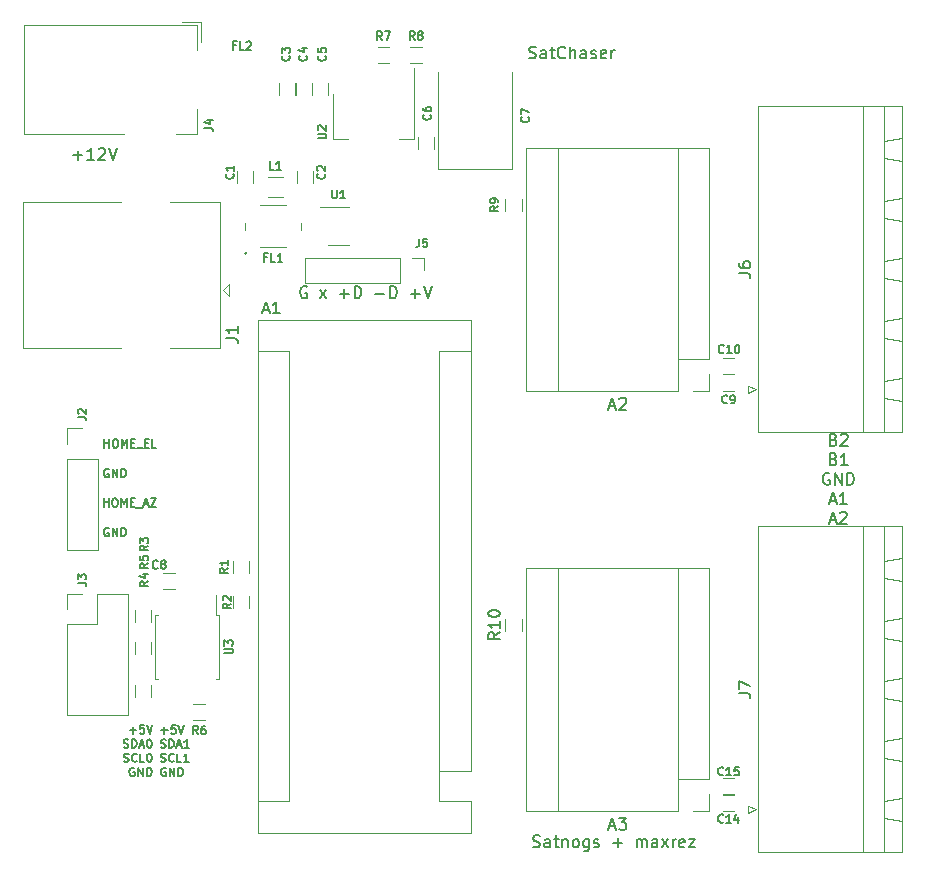
<source format=gbr>
%TF.GenerationSoftware,KiCad,Pcbnew,(5.1.10)-1*%
%TF.CreationDate,2021-10-11T18:25:39+02:00*%
%TF.ProjectId,KSIrotator,4b534972-6f74-4617-946f-722e6b696361,rev?*%
%TF.SameCoordinates,PX8f0d180PY5f5e100*%
%TF.FileFunction,Legend,Top*%
%TF.FilePolarity,Positive*%
%FSLAX46Y46*%
G04 Gerber Fmt 4.6, Leading zero omitted, Abs format (unit mm)*
G04 Created by KiCad (PCBNEW (5.1.10)-1) date 2021-10-11 18:25:39*
%MOMM*%
%LPD*%
G01*
G04 APERTURE LIST*
%ADD10C,0.150000*%
%ADD11C,0.200000*%
%ADD12C,0.120000*%
G04 APERTURE END LIST*
D10*
X4666666Y-35104761D02*
X4809523Y-35152380D01*
X5047619Y-35152380D01*
X5142857Y-35104761D01*
X5190476Y-35057142D01*
X5238095Y-34961904D01*
X5238095Y-34866666D01*
X5190476Y-34771428D01*
X5142857Y-34723809D01*
X5047619Y-34676190D01*
X4857142Y-34628571D01*
X4761904Y-34580952D01*
X4714285Y-34533333D01*
X4666666Y-34438095D01*
X4666666Y-34342857D01*
X4714285Y-34247619D01*
X4761904Y-34200000D01*
X4857142Y-34152380D01*
X5095238Y-34152380D01*
X5238095Y-34200000D01*
X6095238Y-35152380D02*
X6095238Y-34628571D01*
X6047619Y-34533333D01*
X5952380Y-34485714D01*
X5761904Y-34485714D01*
X5666666Y-34533333D01*
X6095238Y-35104761D02*
X6000000Y-35152380D01*
X5761904Y-35152380D01*
X5666666Y-35104761D01*
X5619047Y-35009523D01*
X5619047Y-34914285D01*
X5666666Y-34819047D01*
X5761904Y-34771428D01*
X6000000Y-34771428D01*
X6095238Y-34723809D01*
X6428571Y-34485714D02*
X6809523Y-34485714D01*
X6571428Y-34152380D02*
X6571428Y-35009523D01*
X6619047Y-35104761D01*
X6714285Y-35152380D01*
X6809523Y-35152380D01*
X7142857Y-34485714D02*
X7142857Y-35152380D01*
X7142857Y-34580952D02*
X7190476Y-34533333D01*
X7285714Y-34485714D01*
X7428571Y-34485714D01*
X7523809Y-34533333D01*
X7571428Y-34628571D01*
X7571428Y-35152380D01*
X8190476Y-35152380D02*
X8095238Y-35104761D01*
X8047619Y-35057142D01*
X8000000Y-34961904D01*
X8000000Y-34676190D01*
X8047619Y-34580952D01*
X8095238Y-34533333D01*
X8190476Y-34485714D01*
X8333333Y-34485714D01*
X8428571Y-34533333D01*
X8476190Y-34580952D01*
X8523809Y-34676190D01*
X8523809Y-34961904D01*
X8476190Y-35057142D01*
X8428571Y-35104761D01*
X8333333Y-35152380D01*
X8190476Y-35152380D01*
X9380952Y-34485714D02*
X9380952Y-35295238D01*
X9333333Y-35390476D01*
X9285714Y-35438095D01*
X9190476Y-35485714D01*
X9047619Y-35485714D01*
X8952380Y-35438095D01*
X9380952Y-35104761D02*
X9285714Y-35152380D01*
X9095238Y-35152380D01*
X9000000Y-35104761D01*
X8952380Y-35057142D01*
X8904761Y-34961904D01*
X8904761Y-34676190D01*
X8952380Y-34580952D01*
X9000000Y-34533333D01*
X9095238Y-34485714D01*
X9285714Y-34485714D01*
X9380952Y-34533333D01*
X9809523Y-35104761D02*
X9904761Y-35152380D01*
X10095238Y-35152380D01*
X10190476Y-35104761D01*
X10238095Y-35009523D01*
X10238095Y-34961904D01*
X10190476Y-34866666D01*
X10095238Y-34819047D01*
X9952380Y-34819047D01*
X9857142Y-34771428D01*
X9809523Y-34676190D01*
X9809523Y-34628571D01*
X9857142Y-34533333D01*
X9952380Y-34485714D01*
X10095238Y-34485714D01*
X10190476Y-34533333D01*
X11428571Y-34771428D02*
X12190476Y-34771428D01*
X11809523Y-35152380D02*
X11809523Y-34390476D01*
X13428571Y-35152380D02*
X13428571Y-34485714D01*
X13428571Y-34580952D02*
X13476190Y-34533333D01*
X13571428Y-34485714D01*
X13714285Y-34485714D01*
X13809523Y-34533333D01*
X13857142Y-34628571D01*
X13857142Y-35152380D01*
X13857142Y-34628571D02*
X13904761Y-34533333D01*
X14000000Y-34485714D01*
X14142857Y-34485714D01*
X14238095Y-34533333D01*
X14285714Y-34628571D01*
X14285714Y-35152380D01*
X15190476Y-35152380D02*
X15190476Y-34628571D01*
X15142857Y-34533333D01*
X15047619Y-34485714D01*
X14857142Y-34485714D01*
X14761904Y-34533333D01*
X15190476Y-35104761D02*
X15095238Y-35152380D01*
X14857142Y-35152380D01*
X14761904Y-35104761D01*
X14714285Y-35009523D01*
X14714285Y-34914285D01*
X14761904Y-34819047D01*
X14857142Y-34771428D01*
X15095238Y-34771428D01*
X15190476Y-34723809D01*
X15571428Y-35152380D02*
X16095238Y-34485714D01*
X15571428Y-34485714D02*
X16095238Y-35152380D01*
X16476190Y-35152380D02*
X16476190Y-34485714D01*
X16476190Y-34676190D02*
X16523809Y-34580952D01*
X16571428Y-34533333D01*
X16666666Y-34485714D01*
X16761904Y-34485714D01*
X17476190Y-35104761D02*
X17380952Y-35152380D01*
X17190476Y-35152380D01*
X17095238Y-35104761D01*
X17047619Y-35009523D01*
X17047619Y-34628571D01*
X17095238Y-34533333D01*
X17190476Y-34485714D01*
X17380952Y-34485714D01*
X17476190Y-34533333D01*
X17523809Y-34628571D01*
X17523809Y-34723809D01*
X17047619Y-34819047D01*
X17857142Y-34485714D02*
X18380952Y-34485714D01*
X17857142Y-35152380D01*
X18380952Y-35152380D01*
X4328571Y31695239D02*
X4471428Y31647620D01*
X4709523Y31647620D01*
X4804761Y31695239D01*
X4852380Y31742858D01*
X4900000Y31838096D01*
X4900000Y31933334D01*
X4852380Y32028572D01*
X4804761Y32076191D01*
X4709523Y32123810D01*
X4519047Y32171429D01*
X4423809Y32219048D01*
X4376190Y32266667D01*
X4328571Y32361905D01*
X4328571Y32457143D01*
X4376190Y32552381D01*
X4423809Y32600000D01*
X4519047Y32647620D01*
X4757142Y32647620D01*
X4900000Y32600000D01*
X5757142Y31647620D02*
X5757142Y32171429D01*
X5709523Y32266667D01*
X5614285Y32314286D01*
X5423809Y32314286D01*
X5328571Y32266667D01*
X5757142Y31695239D02*
X5661904Y31647620D01*
X5423809Y31647620D01*
X5328571Y31695239D01*
X5280952Y31790477D01*
X5280952Y31885715D01*
X5328571Y31980953D01*
X5423809Y32028572D01*
X5661904Y32028572D01*
X5757142Y32076191D01*
X6090476Y32314286D02*
X6471428Y32314286D01*
X6233333Y32647620D02*
X6233333Y31790477D01*
X6280952Y31695239D01*
X6376190Y31647620D01*
X6471428Y31647620D01*
X7376190Y31742858D02*
X7328571Y31695239D01*
X7185714Y31647620D01*
X7090476Y31647620D01*
X6947619Y31695239D01*
X6852380Y31790477D01*
X6804761Y31885715D01*
X6757142Y32076191D01*
X6757142Y32219048D01*
X6804761Y32409524D01*
X6852380Y32504762D01*
X6947619Y32600000D01*
X7090476Y32647620D01*
X7185714Y32647620D01*
X7328571Y32600000D01*
X7376190Y32552381D01*
X7804761Y31647620D02*
X7804761Y32647620D01*
X8233333Y31647620D02*
X8233333Y32171429D01*
X8185714Y32266667D01*
X8090476Y32314286D01*
X7947619Y32314286D01*
X7852380Y32266667D01*
X7804761Y32219048D01*
X9138095Y31647620D02*
X9138095Y32171429D01*
X9090476Y32266667D01*
X8995238Y32314286D01*
X8804761Y32314286D01*
X8709523Y32266667D01*
X9138095Y31695239D02*
X9042857Y31647620D01*
X8804761Y31647620D01*
X8709523Y31695239D01*
X8661904Y31790477D01*
X8661904Y31885715D01*
X8709523Y31980953D01*
X8804761Y32028572D01*
X9042857Y32028572D01*
X9138095Y32076191D01*
X9566666Y31695239D02*
X9661904Y31647620D01*
X9852380Y31647620D01*
X9947619Y31695239D01*
X9995238Y31790477D01*
X9995238Y31838096D01*
X9947619Y31933334D01*
X9852380Y31980953D01*
X9709523Y31980953D01*
X9614285Y32028572D01*
X9566666Y32123810D01*
X9566666Y32171429D01*
X9614285Y32266667D01*
X9709523Y32314286D01*
X9852380Y32314286D01*
X9947619Y32266667D01*
X10804761Y31695239D02*
X10709523Y31647620D01*
X10519047Y31647620D01*
X10423809Y31695239D01*
X10376190Y31790477D01*
X10376190Y32171429D01*
X10423809Y32266667D01*
X10519047Y32314286D01*
X10709523Y32314286D01*
X10804761Y32266667D01*
X10852380Y32171429D01*
X10852380Y32076191D01*
X10376190Y31980953D01*
X11280952Y31647620D02*
X11280952Y32314286D01*
X11280952Y32123810D02*
X11328571Y32219048D01*
X11376190Y32266667D01*
X11471428Y32314286D01*
X11566666Y32314286D01*
X-34261905Y23428572D02*
X-33500000Y23428572D01*
X-33880953Y23047620D02*
X-33880953Y23809524D01*
X-32500000Y23047620D02*
X-33071429Y23047620D01*
X-32785715Y23047620D02*
X-32785715Y24047620D01*
X-32880953Y23904762D01*
X-32976191Y23809524D01*
X-33071429Y23761905D01*
X-32119048Y23952381D02*
X-32071429Y24000000D01*
X-31976191Y24047620D01*
X-31738096Y24047620D01*
X-31642858Y24000000D01*
X-31595239Y23952381D01*
X-31547620Y23857143D01*
X-31547620Y23761905D01*
X-31595239Y23619048D01*
X-32166667Y23047620D01*
X-31547620Y23047620D01*
X-31261905Y24047620D02*
X-30928572Y23047620D01*
X-30595239Y24047620D01*
X30095238Y-628571D02*
X30238095Y-676190D01*
X30285714Y-723809D01*
X30333333Y-819047D01*
X30333333Y-961904D01*
X30285714Y-1057142D01*
X30238095Y-1104761D01*
X30142857Y-1152380D01*
X29761904Y-1152380D01*
X29761904Y-152380D01*
X30095238Y-152380D01*
X30190476Y-200000D01*
X30238095Y-247619D01*
X30285714Y-342857D01*
X30285714Y-438095D01*
X30238095Y-533333D01*
X30190476Y-580952D01*
X30095238Y-628571D01*
X29761904Y-628571D01*
X30714285Y-247619D02*
X30761904Y-200000D01*
X30857142Y-152380D01*
X31095238Y-152380D01*
X31190476Y-200000D01*
X31238095Y-247619D01*
X31285714Y-342857D01*
X31285714Y-438095D01*
X31238095Y-580952D01*
X30666666Y-1152380D01*
X31285714Y-1152380D01*
X30095238Y-2278571D02*
X30238095Y-2326190D01*
X30285714Y-2373809D01*
X30333333Y-2469047D01*
X30333333Y-2611904D01*
X30285714Y-2707142D01*
X30238095Y-2754761D01*
X30142857Y-2802380D01*
X29761904Y-2802380D01*
X29761904Y-1802380D01*
X30095238Y-1802380D01*
X30190476Y-1850000D01*
X30238095Y-1897619D01*
X30285714Y-1992857D01*
X30285714Y-2088095D01*
X30238095Y-2183333D01*
X30190476Y-2230952D01*
X30095238Y-2278571D01*
X29761904Y-2278571D01*
X31285714Y-2802380D02*
X30714285Y-2802380D01*
X31000000Y-2802380D02*
X31000000Y-1802380D01*
X30904761Y-1945238D01*
X30809523Y-2040476D01*
X30714285Y-2088095D01*
X29738095Y-3500000D02*
X29642857Y-3452380D01*
X29500000Y-3452380D01*
X29357142Y-3500000D01*
X29261904Y-3595238D01*
X29214285Y-3690476D01*
X29166666Y-3880952D01*
X29166666Y-4023809D01*
X29214285Y-4214285D01*
X29261904Y-4309523D01*
X29357142Y-4404761D01*
X29500000Y-4452380D01*
X29595238Y-4452380D01*
X29738095Y-4404761D01*
X29785714Y-4357142D01*
X29785714Y-4023809D01*
X29595238Y-4023809D01*
X30214285Y-4452380D02*
X30214285Y-3452380D01*
X30785714Y-4452380D01*
X30785714Y-3452380D01*
X31261904Y-4452380D02*
X31261904Y-3452380D01*
X31500000Y-3452380D01*
X31642857Y-3500000D01*
X31738095Y-3595238D01*
X31785714Y-3690476D01*
X31833333Y-3880952D01*
X31833333Y-4023809D01*
X31785714Y-4214285D01*
X31738095Y-4309523D01*
X31642857Y-4404761D01*
X31500000Y-4452380D01*
X31261904Y-4452380D01*
X29785714Y-5816666D02*
X30261904Y-5816666D01*
X29690476Y-6102380D02*
X30023809Y-5102380D01*
X30357142Y-6102380D01*
X31214285Y-6102380D02*
X30642857Y-6102380D01*
X30928571Y-6102380D02*
X30928571Y-5102380D01*
X30833333Y-5245238D01*
X30738095Y-5340476D01*
X30642857Y-5388095D01*
X29785714Y-7466666D02*
X30261904Y-7466666D01*
X29690476Y-7752380D02*
X30023809Y-6752380D01*
X30357142Y-7752380D01*
X30642857Y-6847619D02*
X30690476Y-6800000D01*
X30785714Y-6752380D01*
X31023809Y-6752380D01*
X31119047Y-6800000D01*
X31166666Y-6847619D01*
X31214285Y-6942857D01*
X31214285Y-7038095D01*
X31166666Y-7180952D01*
X30595238Y-7752380D01*
X31214285Y-7752380D01*
X-29483334Y-25250000D02*
X-28950000Y-25250000D01*
X-29216667Y-25516666D02*
X-29216667Y-24983333D01*
X-28283334Y-24816666D02*
X-28616667Y-24816666D01*
X-28650000Y-25150000D01*
X-28616667Y-25116666D01*
X-28550000Y-25083333D01*
X-28383334Y-25083333D01*
X-28316667Y-25116666D01*
X-28283334Y-25150000D01*
X-28250000Y-25216666D01*
X-28250000Y-25383333D01*
X-28283334Y-25450000D01*
X-28316667Y-25483333D01*
X-28383334Y-25516666D01*
X-28550000Y-25516666D01*
X-28616667Y-25483333D01*
X-28650000Y-25450000D01*
X-28050000Y-24816666D02*
X-27816667Y-25516666D01*
X-27583334Y-24816666D01*
X-26816667Y-25250000D02*
X-26283334Y-25250000D01*
X-26550000Y-25516666D02*
X-26550000Y-24983333D01*
X-25616667Y-24816666D02*
X-25950000Y-24816666D01*
X-25983334Y-25150000D01*
X-25950000Y-25116666D01*
X-25883334Y-25083333D01*
X-25716667Y-25083333D01*
X-25650000Y-25116666D01*
X-25616667Y-25150000D01*
X-25583334Y-25216666D01*
X-25583334Y-25383333D01*
X-25616667Y-25450000D01*
X-25650000Y-25483333D01*
X-25716667Y-25516666D01*
X-25883334Y-25516666D01*
X-25950000Y-25483333D01*
X-25983334Y-25450000D01*
X-25383334Y-24816666D02*
X-25150000Y-25516666D01*
X-24916667Y-24816666D01*
X-30016667Y-26683333D02*
X-29916667Y-26716666D01*
X-29750000Y-26716666D01*
X-29683334Y-26683333D01*
X-29650000Y-26650000D01*
X-29616667Y-26583333D01*
X-29616667Y-26516666D01*
X-29650000Y-26450000D01*
X-29683334Y-26416666D01*
X-29750000Y-26383333D01*
X-29883334Y-26350000D01*
X-29950000Y-26316666D01*
X-29983334Y-26283333D01*
X-30016667Y-26216666D01*
X-30016667Y-26150000D01*
X-29983334Y-26083333D01*
X-29950000Y-26050000D01*
X-29883334Y-26016666D01*
X-29716667Y-26016666D01*
X-29616667Y-26050000D01*
X-29316667Y-26716666D02*
X-29316667Y-26016666D01*
X-29150000Y-26016666D01*
X-29050000Y-26050000D01*
X-28983334Y-26116666D01*
X-28950000Y-26183333D01*
X-28916667Y-26316666D01*
X-28916667Y-26416666D01*
X-28950000Y-26550000D01*
X-28983334Y-26616666D01*
X-29050000Y-26683333D01*
X-29150000Y-26716666D01*
X-29316667Y-26716666D01*
X-28650000Y-26516666D02*
X-28316667Y-26516666D01*
X-28716667Y-26716666D02*
X-28483334Y-26016666D01*
X-28250000Y-26716666D01*
X-27883334Y-26016666D02*
X-27816667Y-26016666D01*
X-27750000Y-26050000D01*
X-27716667Y-26083333D01*
X-27683334Y-26150000D01*
X-27650000Y-26283333D01*
X-27650000Y-26450000D01*
X-27683334Y-26583333D01*
X-27716667Y-26650000D01*
X-27750000Y-26683333D01*
X-27816667Y-26716666D01*
X-27883334Y-26716666D01*
X-27950000Y-26683333D01*
X-27983334Y-26650000D01*
X-28016667Y-26583333D01*
X-28050000Y-26450000D01*
X-28050000Y-26283333D01*
X-28016667Y-26150000D01*
X-27983334Y-26083333D01*
X-27950000Y-26050000D01*
X-27883334Y-26016666D01*
X-26850000Y-26683333D02*
X-26750000Y-26716666D01*
X-26583334Y-26716666D01*
X-26516667Y-26683333D01*
X-26483334Y-26650000D01*
X-26450000Y-26583333D01*
X-26450000Y-26516666D01*
X-26483334Y-26450000D01*
X-26516667Y-26416666D01*
X-26583334Y-26383333D01*
X-26716667Y-26350000D01*
X-26783334Y-26316666D01*
X-26816667Y-26283333D01*
X-26850000Y-26216666D01*
X-26850000Y-26150000D01*
X-26816667Y-26083333D01*
X-26783334Y-26050000D01*
X-26716667Y-26016666D01*
X-26550000Y-26016666D01*
X-26450000Y-26050000D01*
X-26150000Y-26716666D02*
X-26150000Y-26016666D01*
X-25983334Y-26016666D01*
X-25883334Y-26050000D01*
X-25816667Y-26116666D01*
X-25783334Y-26183333D01*
X-25750000Y-26316666D01*
X-25750000Y-26416666D01*
X-25783334Y-26550000D01*
X-25816667Y-26616666D01*
X-25883334Y-26683333D01*
X-25983334Y-26716666D01*
X-26150000Y-26716666D01*
X-25483334Y-26516666D02*
X-25150000Y-26516666D01*
X-25550000Y-26716666D02*
X-25316667Y-26016666D01*
X-25083334Y-26716666D01*
X-24483334Y-26716666D02*
X-24883334Y-26716666D01*
X-24683334Y-26716666D02*
X-24683334Y-26016666D01*
X-24750000Y-26116666D01*
X-24816667Y-26183333D01*
X-24883334Y-26216666D01*
X-29983334Y-27883333D02*
X-29883334Y-27916666D01*
X-29716667Y-27916666D01*
X-29650000Y-27883333D01*
X-29616667Y-27850000D01*
X-29583334Y-27783333D01*
X-29583334Y-27716666D01*
X-29616667Y-27650000D01*
X-29650000Y-27616666D01*
X-29716667Y-27583333D01*
X-29850000Y-27550000D01*
X-29916667Y-27516666D01*
X-29950000Y-27483333D01*
X-29983334Y-27416666D01*
X-29983334Y-27350000D01*
X-29950000Y-27283333D01*
X-29916667Y-27250000D01*
X-29850000Y-27216666D01*
X-29683334Y-27216666D01*
X-29583334Y-27250000D01*
X-28883334Y-27850000D02*
X-28916667Y-27883333D01*
X-29016667Y-27916666D01*
X-29083334Y-27916666D01*
X-29183334Y-27883333D01*
X-29250000Y-27816666D01*
X-29283334Y-27750000D01*
X-29316667Y-27616666D01*
X-29316667Y-27516666D01*
X-29283334Y-27383333D01*
X-29250000Y-27316666D01*
X-29183334Y-27250000D01*
X-29083334Y-27216666D01*
X-29016667Y-27216666D01*
X-28916667Y-27250000D01*
X-28883334Y-27283333D01*
X-28250000Y-27916666D02*
X-28583334Y-27916666D01*
X-28583334Y-27216666D01*
X-27883334Y-27216666D02*
X-27816667Y-27216666D01*
X-27750000Y-27250000D01*
X-27716667Y-27283333D01*
X-27683334Y-27350000D01*
X-27650000Y-27483333D01*
X-27650000Y-27650000D01*
X-27683334Y-27783333D01*
X-27716667Y-27850000D01*
X-27750000Y-27883333D01*
X-27816667Y-27916666D01*
X-27883334Y-27916666D01*
X-27950000Y-27883333D01*
X-27983334Y-27850000D01*
X-28016667Y-27783333D01*
X-28050000Y-27650000D01*
X-28050000Y-27483333D01*
X-28016667Y-27350000D01*
X-27983334Y-27283333D01*
X-27950000Y-27250000D01*
X-27883334Y-27216666D01*
X-26850000Y-27883333D02*
X-26750000Y-27916666D01*
X-26583334Y-27916666D01*
X-26516667Y-27883333D01*
X-26483334Y-27850000D01*
X-26450000Y-27783333D01*
X-26450000Y-27716666D01*
X-26483334Y-27650000D01*
X-26516667Y-27616666D01*
X-26583334Y-27583333D01*
X-26716667Y-27550000D01*
X-26783334Y-27516666D01*
X-26816667Y-27483333D01*
X-26850000Y-27416666D01*
X-26850000Y-27350000D01*
X-26816667Y-27283333D01*
X-26783334Y-27250000D01*
X-26716667Y-27216666D01*
X-26550000Y-27216666D01*
X-26450000Y-27250000D01*
X-25750000Y-27850000D02*
X-25783334Y-27883333D01*
X-25883334Y-27916666D01*
X-25950000Y-27916666D01*
X-26050000Y-27883333D01*
X-26116667Y-27816666D01*
X-26150000Y-27750000D01*
X-26183334Y-27616666D01*
X-26183334Y-27516666D01*
X-26150000Y-27383333D01*
X-26116667Y-27316666D01*
X-26050000Y-27250000D01*
X-25950000Y-27216666D01*
X-25883334Y-27216666D01*
X-25783334Y-27250000D01*
X-25750000Y-27283333D01*
X-25116667Y-27916666D02*
X-25450000Y-27916666D01*
X-25450000Y-27216666D01*
X-24516667Y-27916666D02*
X-24916667Y-27916666D01*
X-24716667Y-27916666D02*
X-24716667Y-27216666D01*
X-24783334Y-27316666D01*
X-24850000Y-27383333D01*
X-24916667Y-27416666D01*
X-29116667Y-28450000D02*
X-29183334Y-28416666D01*
X-29283334Y-28416666D01*
X-29383334Y-28450000D01*
X-29450000Y-28516666D01*
X-29483334Y-28583333D01*
X-29516667Y-28716666D01*
X-29516667Y-28816666D01*
X-29483334Y-28950000D01*
X-29450000Y-29016666D01*
X-29383334Y-29083333D01*
X-29283334Y-29116666D01*
X-29216667Y-29116666D01*
X-29116667Y-29083333D01*
X-29083334Y-29050000D01*
X-29083334Y-28816666D01*
X-29216667Y-28816666D01*
X-28783334Y-29116666D02*
X-28783334Y-28416666D01*
X-28383334Y-29116666D01*
X-28383334Y-28416666D01*
X-28050000Y-29116666D02*
X-28050000Y-28416666D01*
X-27883334Y-28416666D01*
X-27783334Y-28450000D01*
X-27716667Y-28516666D01*
X-27683334Y-28583333D01*
X-27650000Y-28716666D01*
X-27650000Y-28816666D01*
X-27683334Y-28950000D01*
X-27716667Y-29016666D01*
X-27783334Y-29083333D01*
X-27883334Y-29116666D01*
X-28050000Y-29116666D01*
X-26450000Y-28450000D02*
X-26516667Y-28416666D01*
X-26616667Y-28416666D01*
X-26716667Y-28450000D01*
X-26783334Y-28516666D01*
X-26816667Y-28583333D01*
X-26850000Y-28716666D01*
X-26850000Y-28816666D01*
X-26816667Y-28950000D01*
X-26783334Y-29016666D01*
X-26716667Y-29083333D01*
X-26616667Y-29116666D01*
X-26550000Y-29116666D01*
X-26450000Y-29083333D01*
X-26416667Y-29050000D01*
X-26416667Y-28816666D01*
X-26550000Y-28816666D01*
X-26116667Y-29116666D02*
X-26116667Y-28416666D01*
X-25716667Y-29116666D01*
X-25716667Y-28416666D01*
X-25383334Y-29116666D02*
X-25383334Y-28416666D01*
X-25216667Y-28416666D01*
X-25116667Y-28450000D01*
X-25050000Y-28516666D01*
X-25016667Y-28583333D01*
X-24983334Y-28716666D01*
X-24983334Y-28816666D01*
X-25016667Y-28950000D01*
X-25050000Y-29016666D01*
X-25116667Y-29083333D01*
X-25216667Y-29116666D01*
X-25383334Y-29116666D01*
X-31283334Y-8150000D02*
X-31350000Y-8116666D01*
X-31450000Y-8116666D01*
X-31550000Y-8150000D01*
X-31616667Y-8216666D01*
X-31650000Y-8283333D01*
X-31683334Y-8416666D01*
X-31683334Y-8516666D01*
X-31650000Y-8650000D01*
X-31616667Y-8716666D01*
X-31550000Y-8783333D01*
X-31450000Y-8816666D01*
X-31383334Y-8816666D01*
X-31283334Y-8783333D01*
X-31250000Y-8750000D01*
X-31250000Y-8516666D01*
X-31383334Y-8516666D01*
X-30950000Y-8816666D02*
X-30950000Y-8116666D01*
X-30550000Y-8816666D01*
X-30550000Y-8116666D01*
X-30216667Y-8816666D02*
X-30216667Y-8116666D01*
X-30050000Y-8116666D01*
X-29950000Y-8150000D01*
X-29883334Y-8216666D01*
X-29850000Y-8283333D01*
X-29816667Y-8416666D01*
X-29816667Y-8516666D01*
X-29850000Y-8650000D01*
X-29883334Y-8716666D01*
X-29950000Y-8783333D01*
X-30050000Y-8816666D01*
X-30216667Y-8816666D01*
X-31683334Y-6316666D02*
X-31683334Y-5616666D01*
X-31683334Y-5950000D02*
X-31283334Y-5950000D01*
X-31283334Y-6316666D02*
X-31283334Y-5616666D01*
X-30816667Y-5616666D02*
X-30683334Y-5616666D01*
X-30616667Y-5650000D01*
X-30550000Y-5716666D01*
X-30516667Y-5850000D01*
X-30516667Y-6083333D01*
X-30550000Y-6216666D01*
X-30616667Y-6283333D01*
X-30683334Y-6316666D01*
X-30816667Y-6316666D01*
X-30883334Y-6283333D01*
X-30950000Y-6216666D01*
X-30983334Y-6083333D01*
X-30983334Y-5850000D01*
X-30950000Y-5716666D01*
X-30883334Y-5650000D01*
X-30816667Y-5616666D01*
X-30216667Y-6316666D02*
X-30216667Y-5616666D01*
X-29983334Y-6116666D01*
X-29750000Y-5616666D01*
X-29750000Y-6316666D01*
X-29416667Y-5950000D02*
X-29183334Y-5950000D01*
X-29083334Y-6316666D02*
X-29416667Y-6316666D01*
X-29416667Y-5616666D01*
X-29083334Y-5616666D01*
X-28950000Y-6383333D02*
X-28416667Y-6383333D01*
X-28283334Y-6116666D02*
X-27950000Y-6116666D01*
X-28350000Y-6316666D02*
X-28116667Y-5616666D01*
X-27883334Y-6316666D01*
X-27716667Y-5616666D02*
X-27250000Y-5616666D01*
X-27716667Y-6316666D01*
X-27250000Y-6316666D01*
X-31283334Y-3150000D02*
X-31350000Y-3116666D01*
X-31450000Y-3116666D01*
X-31550000Y-3150000D01*
X-31616667Y-3216666D01*
X-31650000Y-3283333D01*
X-31683334Y-3416666D01*
X-31683334Y-3516666D01*
X-31650000Y-3650000D01*
X-31616667Y-3716666D01*
X-31550000Y-3783333D01*
X-31450000Y-3816666D01*
X-31383334Y-3816666D01*
X-31283334Y-3783333D01*
X-31250000Y-3750000D01*
X-31250000Y-3516666D01*
X-31383334Y-3516666D01*
X-30950000Y-3816666D02*
X-30950000Y-3116666D01*
X-30550000Y-3816666D01*
X-30550000Y-3116666D01*
X-30216667Y-3816666D02*
X-30216667Y-3116666D01*
X-30050000Y-3116666D01*
X-29950000Y-3150000D01*
X-29883334Y-3216666D01*
X-29850000Y-3283333D01*
X-29816667Y-3416666D01*
X-29816667Y-3516666D01*
X-29850000Y-3650000D01*
X-29883334Y-3716666D01*
X-29950000Y-3783333D01*
X-30050000Y-3816666D01*
X-30216667Y-3816666D01*
X-31650000Y-1316666D02*
X-31650000Y-616666D01*
X-31650000Y-950000D02*
X-31250000Y-950000D01*
X-31250000Y-1316666D02*
X-31250000Y-616666D01*
X-30783334Y-616666D02*
X-30650000Y-616666D01*
X-30583334Y-650000D01*
X-30516667Y-716666D01*
X-30483334Y-850000D01*
X-30483334Y-1083333D01*
X-30516667Y-1216666D01*
X-30583334Y-1283333D01*
X-30650000Y-1316666D01*
X-30783334Y-1316666D01*
X-30850000Y-1283333D01*
X-30916667Y-1216666D01*
X-30950000Y-1083333D01*
X-30950000Y-850000D01*
X-30916667Y-716666D01*
X-30850000Y-650000D01*
X-30783334Y-616666D01*
X-30183334Y-1316666D02*
X-30183334Y-616666D01*
X-29950000Y-1116666D01*
X-29716667Y-616666D01*
X-29716667Y-1316666D01*
X-29383334Y-950000D02*
X-29150000Y-950000D01*
X-29050000Y-1316666D02*
X-29383334Y-1316666D01*
X-29383334Y-616666D01*
X-29050000Y-616666D01*
X-28916667Y-1383333D02*
X-28383334Y-1383333D01*
X-28216667Y-950000D02*
X-27983334Y-950000D01*
X-27883334Y-1316666D02*
X-28216667Y-1316666D01*
X-28216667Y-616666D01*
X-27883334Y-616666D01*
X-27250000Y-1316666D02*
X-27583334Y-1316666D01*
X-27583334Y-616666D01*
D11*
X-14502381Y12300000D02*
X-14597620Y12347620D01*
X-14740477Y12347620D01*
X-14883334Y12300000D01*
X-14978572Y12204762D01*
X-15026191Y12109524D01*
X-15073810Y11919048D01*
X-15073810Y11776191D01*
X-15026191Y11585715D01*
X-14978572Y11490477D01*
X-14883334Y11395239D01*
X-14740477Y11347620D01*
X-14645239Y11347620D01*
X-14502381Y11395239D01*
X-14454762Y11442858D01*
X-14454762Y11776191D01*
X-14645239Y11776191D01*
X-13359524Y11347620D02*
X-12835715Y12014286D01*
X-13359524Y12014286D02*
X-12835715Y11347620D01*
X-11692858Y11728572D02*
X-10930953Y11728572D01*
X-11311905Y11347620D02*
X-11311905Y12109524D01*
X-10454762Y11347620D02*
X-10454762Y12347620D01*
X-10216667Y12347620D01*
X-10073810Y12300000D01*
X-9978572Y12204762D01*
X-9930953Y12109524D01*
X-9883334Y11919048D01*
X-9883334Y11776191D01*
X-9930953Y11585715D01*
X-9978572Y11490477D01*
X-10073810Y11395239D01*
X-10216667Y11347620D01*
X-10454762Y11347620D01*
X-8692858Y11728572D02*
X-7930953Y11728572D01*
X-7454762Y11347620D02*
X-7454762Y12347620D01*
X-7216667Y12347620D01*
X-7073810Y12300000D01*
X-6978572Y12204762D01*
X-6930953Y12109524D01*
X-6883334Y11919048D01*
X-6883334Y11776191D01*
X-6930953Y11585715D01*
X-6978572Y11490477D01*
X-7073810Y11395239D01*
X-7216667Y11347620D01*
X-7454762Y11347620D01*
X-5692858Y11728572D02*
X-4930953Y11728572D01*
X-5311905Y11347620D02*
X-5311905Y12109524D01*
X-4597620Y12347620D02*
X-4264286Y11347620D01*
X-3930953Y12347620D01*
D12*
%TO.C,J3*%
X-34830000Y-13670000D02*
X-33500000Y-13670000D01*
X-34830000Y-15000000D02*
X-34830000Y-13670000D01*
X-32230000Y-13670000D02*
X-29630000Y-13670000D01*
X-32230000Y-16270000D02*
X-32230000Y-13670000D01*
X-34830000Y-16270000D02*
X-32230000Y-16270000D01*
X-29630000Y-13670000D02*
X-29630000Y-23950000D01*
X-34830000Y-16270000D02*
X-34830000Y-23950000D01*
X-34830000Y-23950000D02*
X-29630000Y-23950000D01*
%TO.C,U3*%
X-22185000Y-15475000D02*
X-22185000Y-13800000D01*
X-21925000Y-15475000D02*
X-22185000Y-15475000D01*
X-21925000Y-18200000D02*
X-21925000Y-15475000D01*
X-21925000Y-20925000D02*
X-22185000Y-20925000D01*
X-21925000Y-18200000D02*
X-21925000Y-20925000D01*
X-27375000Y-15475000D02*
X-27115000Y-15475000D01*
X-27375000Y-18200000D02*
X-27375000Y-15475000D01*
X-27375000Y-20925000D02*
X-27115000Y-20925000D01*
X-27375000Y-18200000D02*
X-27375000Y-20925000D01*
%TO.C,R6*%
X-23100000Y-24380000D02*
X-24100000Y-24380000D01*
X-24100000Y-23020000D02*
X-23100000Y-23020000D01*
%TO.C,R5*%
X-29080000Y-18800000D02*
X-29080000Y-17800000D01*
X-27720000Y-17800000D02*
X-27720000Y-18800000D01*
%TO.C,R4*%
X-27720000Y-21450000D02*
X-27720000Y-22450000D01*
X-29080000Y-22450000D02*
X-29080000Y-21450000D01*
%TO.C,R3*%
X-27720000Y-15050000D02*
X-27720000Y-16050000D01*
X-29080000Y-16050000D02*
X-29080000Y-15050000D01*
%TO.C,R2*%
X-19420000Y-13900000D02*
X-19420000Y-14900000D01*
X-20780000Y-14900000D02*
X-20780000Y-13900000D01*
%TO.C,R1*%
X-19420000Y-10900000D02*
X-19420000Y-11900000D01*
X-20780000Y-11900000D02*
X-20780000Y-10900000D01*
%TO.C,C8*%
X-26650000Y-11920000D02*
X-25650000Y-11920000D01*
X-25650000Y-13280000D02*
X-26650000Y-13280000D01*
%TO.C,J2*%
X-34830000Y330000D02*
X-33500000Y330000D01*
X-34830000Y-1000000D02*
X-34830000Y330000D01*
X-34830000Y-2270000D02*
X-32170000Y-2270000D01*
X-32170000Y-2270000D02*
X-32170000Y-9950000D01*
X-34830000Y-2270000D02*
X-34830000Y-9950000D01*
X-34830000Y-9950000D02*
X-32170000Y-9950000D01*
%TO.C,J5*%
X-4540000Y14760000D02*
X-4540000Y13700000D01*
X-5600000Y14760000D02*
X-4540000Y14760000D01*
X-6600000Y14760000D02*
X-6600000Y12640000D01*
X-6600000Y12640000D02*
X-14660000Y12640000D01*
X-6600000Y14760000D02*
X-14660000Y14760000D01*
X-14660000Y14760000D02*
X-14660000Y12640000D01*
%TO.C,R8*%
X-5750000Y32630000D02*
X-4750000Y32630000D01*
X-4750000Y31270000D02*
X-5750000Y31270000D01*
%TO.C,R7*%
X-8500000Y32630000D02*
X-7500000Y32630000D01*
X-7500000Y31270000D02*
X-8500000Y31270000D01*
%TO.C,R10*%
X2320000Y-16819000D02*
X2320000Y-15819000D01*
X3680000Y-15819000D02*
X3680000Y-16819000D01*
%TO.C,R9*%
X2320000Y18741000D02*
X2320000Y19741000D01*
X3680000Y19741000D02*
X3680000Y18741000D01*
%TO.C,C4*%
X-15430000Y28550000D02*
X-15430000Y29550000D01*
X-14070000Y29550000D02*
X-14070000Y28550000D01*
%TO.C,C3*%
X-16880000Y28550000D02*
X-16880000Y29550000D01*
X-15520000Y29550000D02*
X-15520000Y28550000D01*
%TO.C,C6*%
X-3720000Y24950000D02*
X-3720000Y23950000D01*
X-5080000Y23950000D02*
X-5080000Y24950000D01*
%TO.C,C5*%
X-14030000Y28550000D02*
X-14030000Y29550000D01*
X-12670000Y29550000D02*
X-12670000Y28550000D01*
%TO.C,C2*%
X-13970000Y22100000D02*
X-13970000Y21100000D01*
X-15330000Y21100000D02*
X-15330000Y22100000D01*
%TO.C,C1*%
X-20380000Y21100000D02*
X-20380000Y22100000D01*
X-19020000Y22100000D02*
X-19020000Y21100000D01*
%TO.C,C15*%
X21700000Y-30680000D02*
X20700000Y-30680000D01*
X20700000Y-29320000D02*
X21700000Y-29320000D01*
%TO.C,C14*%
X21700000Y-32080000D02*
X20700000Y-32080000D01*
X20700000Y-30720000D02*
X21700000Y-30720000D01*
%TO.C,C10*%
X21700000Y4920000D02*
X20700000Y4920000D01*
X20700000Y6280000D02*
X21700000Y6280000D01*
%TO.C,C9*%
X21700000Y3520000D02*
X20700000Y3520000D01*
X20700000Y4880000D02*
X21700000Y4880000D01*
%TO.C,L1*%
X-17758000Y21632000D02*
X-16558000Y21632000D01*
X-16558000Y19872000D02*
X-17758000Y19872000D01*
%TO.C,J4*%
X-29972000Y25250000D02*
X-38472000Y25250000D01*
X-38472000Y25250000D02*
X-38472000Y34450000D01*
X-38472000Y34450000D02*
X-23772000Y34450000D01*
X-23772000Y27350000D02*
X-23772000Y25250000D01*
X-23772000Y25250000D02*
X-25572000Y25250000D01*
X-23472000Y33050000D02*
X-23472000Y34750000D01*
X-23472000Y34750000D02*
X-25072000Y34750000D01*
X-23772000Y34450000D02*
X-23772000Y32350000D01*
%TO.C,C7*%
X-3410000Y30450000D02*
X-3410000Y22265000D01*
X-3410000Y22265000D02*
X2910000Y22265000D01*
X2910000Y22265000D02*
X2910000Y30450000D01*
%TO.C,J7*%
X22890000Y-32240000D02*
X22890000Y-31640000D01*
X23490000Y-31940000D02*
X22890000Y-32240000D01*
X22890000Y-31640000D02*
X23490000Y-31940000D01*
X34410000Y-12370000D02*
X35910000Y-12620000D01*
X34410000Y-10870000D02*
X34410000Y-12370000D01*
X35910000Y-10620000D02*
X34410000Y-10870000D01*
X35910000Y-12620000D02*
X35910000Y-10620000D01*
X34410000Y-17450000D02*
X35910000Y-17700000D01*
X34410000Y-15950000D02*
X34410000Y-17450000D01*
X35910000Y-15700000D02*
X34410000Y-15950000D01*
X35910000Y-17700000D02*
X35910000Y-15700000D01*
X34410000Y-22530000D02*
X35910000Y-22780000D01*
X34410000Y-21030000D02*
X34410000Y-22530000D01*
X35910000Y-20780000D02*
X34410000Y-21030000D01*
X35910000Y-22780000D02*
X35910000Y-20780000D01*
X34410000Y-27610000D02*
X35910000Y-27860000D01*
X34410000Y-26110000D02*
X34410000Y-27610000D01*
X35910000Y-25860000D02*
X34410000Y-26110000D01*
X35910000Y-27860000D02*
X35910000Y-25860000D01*
X34410000Y-32690000D02*
X35910000Y-32940000D01*
X34410000Y-31190000D02*
X34410000Y-32690000D01*
X35910000Y-30940000D02*
X34410000Y-31190000D01*
X35910000Y-32940000D02*
X35910000Y-30940000D01*
X34410000Y-7970000D02*
X34410000Y-35590000D01*
X32610000Y-7970000D02*
X34410000Y-7970000D01*
X32610000Y-35590000D02*
X32610000Y-7970000D01*
X34410000Y-35590000D02*
X32610000Y-35590000D01*
X23690000Y-7970000D02*
X23690000Y-35590000D01*
X35910000Y-7970000D02*
X23690000Y-7970000D01*
X35910000Y-35590000D02*
X35910000Y-7970000D01*
X23690000Y-35590000D02*
X35910000Y-35590000D01*
%TO.C,J6*%
X22890000Y3320000D02*
X22890000Y3920000D01*
X23490000Y3620000D02*
X22890000Y3320000D01*
X22890000Y3920000D02*
X23490000Y3620000D01*
X34410000Y23190000D02*
X35910000Y22940000D01*
X34410000Y24690000D02*
X34410000Y23190000D01*
X35910000Y24940000D02*
X34410000Y24690000D01*
X35910000Y22940000D02*
X35910000Y24940000D01*
X34410000Y18110000D02*
X35910000Y17860000D01*
X34410000Y19610000D02*
X34410000Y18110000D01*
X35910000Y19860000D02*
X34410000Y19610000D01*
X35910000Y17860000D02*
X35910000Y19860000D01*
X34410000Y13030000D02*
X35910000Y12780000D01*
X34410000Y14530000D02*
X34410000Y13030000D01*
X35910000Y14780000D02*
X34410000Y14530000D01*
X35910000Y12780000D02*
X35910000Y14780000D01*
X34410000Y7950000D02*
X35910000Y7700000D01*
X34410000Y9450000D02*
X34410000Y7950000D01*
X35910000Y9700000D02*
X34410000Y9450000D01*
X35910000Y7700000D02*
X35910000Y9700000D01*
X34410000Y2870000D02*
X35910000Y2620000D01*
X34410000Y4370000D02*
X34410000Y2870000D01*
X35910000Y4620000D02*
X34410000Y4370000D01*
X35910000Y2620000D02*
X35910000Y4620000D01*
X34410000Y27590000D02*
X34410000Y-30000D01*
X32610000Y27590000D02*
X34410000Y27590000D01*
X32610000Y-30000D02*
X32610000Y27590000D01*
X34410000Y-30000D02*
X32610000Y-30000D01*
X23690000Y27590000D02*
X23690000Y-30000D01*
X35910000Y27590000D02*
X23690000Y27590000D01*
X35910000Y-30000D02*
X35910000Y27590000D01*
X23690000Y-30000D02*
X35910000Y-30000D01*
%TO.C,FL1*%
X-19556000Y15138000D02*
G75*
G03*
X-19556000Y15138000I-100000J0D01*
G01*
X-18456000Y19238000D02*
X-16256000Y19238000D01*
X-14956000Y17138000D02*
X-14956000Y17738000D01*
X-19756000Y17138000D02*
X-19756000Y17738000D01*
X-18456000Y15638000D02*
X-16256000Y15638000D01*
%TO.C,U2*%
X-5440000Y30850000D02*
X-5440000Y24840000D01*
X-12260000Y28600000D02*
X-12260000Y24840000D01*
X-5440000Y24840000D02*
X-6700000Y24840000D01*
X-12260000Y24840000D02*
X-11000000Y24840000D01*
%TO.C,J1*%
X-21112000Y12538000D02*
X-21612000Y12038000D01*
X-21112000Y11538000D02*
X-21112000Y12538000D01*
X-21612000Y12038000D02*
X-21112000Y11538000D01*
X-38552000Y19448000D02*
X-30192000Y19448000D01*
X-38552000Y7128000D02*
X-38552000Y19448000D01*
X-30192000Y7128000D02*
X-38552000Y7128000D01*
X-21832000Y19448000D02*
X-26092000Y19448000D01*
X-21832000Y7128000D02*
X-21832000Y19448000D01*
X-26092000Y7128000D02*
X-21832000Y7128000D01*
%TO.C,U1*%
X-10924000Y19060000D02*
X-13374000Y19060000D01*
X-12724000Y15840000D02*
X-10924000Y15840000D01*
%TO.C,A3*%
X4080000Y-32070000D02*
X16910000Y-32070000D01*
X4080000Y-11490000D02*
X4080000Y-32070000D01*
X19580000Y-11490000D02*
X4080000Y-11490000D01*
X19580000Y-29400000D02*
X19580000Y-11490000D01*
X16910000Y-29400000D02*
X19580000Y-29400000D01*
X16910000Y-32070000D02*
X16910000Y-29400000D01*
X19580000Y-32070000D02*
X19580000Y-30670000D01*
X18180000Y-32070000D02*
X19580000Y-32070000D01*
X16910000Y-29400000D02*
X16910000Y-11490000D01*
X6750000Y-32070000D02*
X6750000Y-11490000D01*
%TO.C,A2*%
X4080000Y3490000D02*
X16910000Y3490000D01*
X4080000Y24070000D02*
X4080000Y3490000D01*
X19580000Y24070000D02*
X4080000Y24070000D01*
X19580000Y6160000D02*
X19580000Y24070000D01*
X16910000Y6160000D02*
X19580000Y6160000D01*
X16910000Y3490000D02*
X16910000Y6160000D01*
X19580000Y3490000D02*
X19580000Y4890000D01*
X18180000Y3490000D02*
X19580000Y3490000D01*
X16910000Y6160000D02*
X16910000Y24070000D01*
X6750000Y3490000D02*
X6750000Y24070000D01*
%TO.C,A1*%
X-3270000Y-28730000D02*
X-3270000Y-31270000D01*
X-3270000Y-31270000D02*
X-600000Y-31270000D01*
X-600000Y-28730000D02*
X-600000Y9500000D01*
X-600000Y-33940000D02*
X-600000Y-31270000D01*
X-15970000Y-31270000D02*
X-18640000Y-31270000D01*
X-15970000Y-31270000D02*
X-15970000Y6830000D01*
X-15970000Y6830000D02*
X-18640000Y6830000D01*
X-3270000Y-28730000D02*
X-600000Y-28730000D01*
X-3270000Y-28730000D02*
X-3270000Y6830000D01*
X-3270000Y6830000D02*
X-600000Y6830000D01*
X-600000Y9500000D02*
X-18640000Y9500000D01*
X-18640000Y9500000D02*
X-18640000Y-33940000D01*
X-18640000Y-33940000D02*
X-600000Y-33940000D01*
%TO.C,J3*%
D10*
X-33883334Y-12733333D02*
X-33383334Y-12733333D01*
X-33283334Y-12766666D01*
X-33216667Y-12833333D01*
X-33183334Y-12933333D01*
X-33183334Y-13000000D01*
X-33883334Y-12466666D02*
X-33883334Y-12033333D01*
X-33616667Y-12266666D01*
X-33616667Y-12166666D01*
X-33583334Y-12100000D01*
X-33550000Y-12066666D01*
X-33483334Y-12033333D01*
X-33316667Y-12033333D01*
X-33250000Y-12066666D01*
X-33216667Y-12100000D01*
X-33183334Y-12166666D01*
X-33183334Y-12366666D01*
X-33216667Y-12433333D01*
X-33250000Y-12466666D01*
%TO.C,U3*%
X-21473334Y-18733333D02*
X-20906667Y-18733333D01*
X-20840000Y-18700000D01*
X-20806667Y-18666666D01*
X-20773334Y-18600000D01*
X-20773334Y-18466666D01*
X-20806667Y-18400000D01*
X-20840000Y-18366666D01*
X-20906667Y-18333333D01*
X-21473334Y-18333333D01*
X-21473334Y-18066666D02*
X-21473334Y-17633333D01*
X-21206667Y-17866666D01*
X-21206667Y-17766666D01*
X-21173334Y-17700000D01*
X-21140000Y-17666666D01*
X-21073334Y-17633333D01*
X-20906667Y-17633333D01*
X-20840000Y-17666666D01*
X-20806667Y-17700000D01*
X-20773334Y-17766666D01*
X-20773334Y-17966666D01*
X-20806667Y-18033333D01*
X-20840000Y-18066666D01*
%TO.C,R6*%
X-23716667Y-25566666D02*
X-23950000Y-25233333D01*
X-24116667Y-25566666D02*
X-24116667Y-24866666D01*
X-23850000Y-24866666D01*
X-23783334Y-24900000D01*
X-23750000Y-24933333D01*
X-23716667Y-25000000D01*
X-23716667Y-25100000D01*
X-23750000Y-25166666D01*
X-23783334Y-25200000D01*
X-23850000Y-25233333D01*
X-24116667Y-25233333D01*
X-23116667Y-24866666D02*
X-23250000Y-24866666D01*
X-23316667Y-24900000D01*
X-23350000Y-24933333D01*
X-23416667Y-25033333D01*
X-23450000Y-25166666D01*
X-23450000Y-25433333D01*
X-23416667Y-25500000D01*
X-23383334Y-25533333D01*
X-23316667Y-25566666D01*
X-23183334Y-25566666D01*
X-23116667Y-25533333D01*
X-23083334Y-25500000D01*
X-23050000Y-25433333D01*
X-23050000Y-25266666D01*
X-23083334Y-25200000D01*
X-23116667Y-25166666D01*
X-23183334Y-25133333D01*
X-23316667Y-25133333D01*
X-23383334Y-25166666D01*
X-23416667Y-25200000D01*
X-23450000Y-25266666D01*
%TO.C,R5*%
X-27933334Y-11116666D02*
X-28266667Y-11350000D01*
X-27933334Y-11516666D02*
X-28633334Y-11516666D01*
X-28633334Y-11250000D01*
X-28600000Y-11183333D01*
X-28566667Y-11150000D01*
X-28500000Y-11116666D01*
X-28400000Y-11116666D01*
X-28333334Y-11150000D01*
X-28300000Y-11183333D01*
X-28266667Y-11250000D01*
X-28266667Y-11516666D01*
X-28633334Y-10483333D02*
X-28633334Y-10816666D01*
X-28300000Y-10850000D01*
X-28333334Y-10816666D01*
X-28366667Y-10750000D01*
X-28366667Y-10583333D01*
X-28333334Y-10516666D01*
X-28300000Y-10483333D01*
X-28233334Y-10450000D01*
X-28066667Y-10450000D01*
X-28000000Y-10483333D01*
X-27966667Y-10516666D01*
X-27933334Y-10583333D01*
X-27933334Y-10750000D01*
X-27966667Y-10816666D01*
X-28000000Y-10850000D01*
%TO.C,R4*%
X-27933334Y-12616666D02*
X-28266667Y-12850000D01*
X-27933334Y-13016666D02*
X-28633334Y-13016666D01*
X-28633334Y-12750000D01*
X-28600000Y-12683333D01*
X-28566667Y-12650000D01*
X-28500000Y-12616666D01*
X-28400000Y-12616666D01*
X-28333334Y-12650000D01*
X-28300000Y-12683333D01*
X-28266667Y-12750000D01*
X-28266667Y-13016666D01*
X-28400000Y-12016666D02*
X-27933334Y-12016666D01*
X-28666667Y-12183333D02*
X-28166667Y-12350000D01*
X-28166667Y-11916666D01*
%TO.C,R3*%
X-27933334Y-9616666D02*
X-28266667Y-9850000D01*
X-27933334Y-10016666D02*
X-28633334Y-10016666D01*
X-28633334Y-9750000D01*
X-28600000Y-9683333D01*
X-28566667Y-9650000D01*
X-28500000Y-9616666D01*
X-28400000Y-9616666D01*
X-28333334Y-9650000D01*
X-28300000Y-9683333D01*
X-28266667Y-9750000D01*
X-28266667Y-10016666D01*
X-28633334Y-9383333D02*
X-28633334Y-8950000D01*
X-28366667Y-9183333D01*
X-28366667Y-9083333D01*
X-28333334Y-9016666D01*
X-28300000Y-8983333D01*
X-28233334Y-8950000D01*
X-28066667Y-8950000D01*
X-28000000Y-8983333D01*
X-27966667Y-9016666D01*
X-27933334Y-9083333D01*
X-27933334Y-9283333D01*
X-27966667Y-9350000D01*
X-28000000Y-9383333D01*
%TO.C,R2*%
X-20933334Y-14516666D02*
X-21266667Y-14750000D01*
X-20933334Y-14916666D02*
X-21633334Y-14916666D01*
X-21633334Y-14650000D01*
X-21600000Y-14583333D01*
X-21566667Y-14550000D01*
X-21500000Y-14516666D01*
X-21400000Y-14516666D01*
X-21333334Y-14550000D01*
X-21300000Y-14583333D01*
X-21266667Y-14650000D01*
X-21266667Y-14916666D01*
X-21566667Y-14250000D02*
X-21600000Y-14216666D01*
X-21633334Y-14150000D01*
X-21633334Y-13983333D01*
X-21600000Y-13916666D01*
X-21566667Y-13883333D01*
X-21500000Y-13850000D01*
X-21433334Y-13850000D01*
X-21333334Y-13883333D01*
X-20933334Y-14283333D01*
X-20933334Y-13850000D01*
%TO.C,R1*%
X-21183334Y-11516666D02*
X-21516667Y-11750000D01*
X-21183334Y-11916666D02*
X-21883334Y-11916666D01*
X-21883334Y-11650000D01*
X-21850000Y-11583333D01*
X-21816667Y-11550000D01*
X-21750000Y-11516666D01*
X-21650000Y-11516666D01*
X-21583334Y-11550000D01*
X-21550000Y-11583333D01*
X-21516667Y-11650000D01*
X-21516667Y-11916666D01*
X-21183334Y-10850000D02*
X-21183334Y-11250000D01*
X-21183334Y-11050000D02*
X-21883334Y-11050000D01*
X-21783334Y-11116666D01*
X-21716667Y-11183333D01*
X-21683334Y-11250000D01*
%TO.C,C8*%
X-27116667Y-11500000D02*
X-27150000Y-11533333D01*
X-27250000Y-11566666D01*
X-27316667Y-11566666D01*
X-27416667Y-11533333D01*
X-27483334Y-11466666D01*
X-27516667Y-11400000D01*
X-27550000Y-11266666D01*
X-27550000Y-11166666D01*
X-27516667Y-11033333D01*
X-27483334Y-10966666D01*
X-27416667Y-10900000D01*
X-27316667Y-10866666D01*
X-27250000Y-10866666D01*
X-27150000Y-10900000D01*
X-27116667Y-10933333D01*
X-26716667Y-11166666D02*
X-26783334Y-11133333D01*
X-26816667Y-11100000D01*
X-26850000Y-11033333D01*
X-26850000Y-11000000D01*
X-26816667Y-10933333D01*
X-26783334Y-10900000D01*
X-26716667Y-10866666D01*
X-26583334Y-10866666D01*
X-26516667Y-10900000D01*
X-26483334Y-10933333D01*
X-26450000Y-11000000D01*
X-26450000Y-11033333D01*
X-26483334Y-11100000D01*
X-26516667Y-11133333D01*
X-26583334Y-11166666D01*
X-26716667Y-11166666D01*
X-26783334Y-11200000D01*
X-26816667Y-11233333D01*
X-26850000Y-11300000D01*
X-26850000Y-11433333D01*
X-26816667Y-11500000D01*
X-26783334Y-11533333D01*
X-26716667Y-11566666D01*
X-26583334Y-11566666D01*
X-26516667Y-11533333D01*
X-26483334Y-11500000D01*
X-26450000Y-11433333D01*
X-26450000Y-11300000D01*
X-26483334Y-11233333D01*
X-26516667Y-11200000D01*
X-26583334Y-11166666D01*
%TO.C,J2*%
X-33883334Y1266667D02*
X-33383334Y1266667D01*
X-33283334Y1233334D01*
X-33216667Y1166667D01*
X-33183334Y1066667D01*
X-33183334Y1000000D01*
X-33816667Y1566667D02*
X-33850000Y1600000D01*
X-33883334Y1666667D01*
X-33883334Y1833334D01*
X-33850000Y1900000D01*
X-33816667Y1933334D01*
X-33750000Y1966667D01*
X-33683334Y1966667D01*
X-33583334Y1933334D01*
X-33183334Y1533334D01*
X-33183334Y1966667D01*
%TO.C,J5*%
X-4983334Y16383334D02*
X-4983334Y15883334D01*
X-5016667Y15783334D01*
X-5083334Y15716667D01*
X-5183334Y15683334D01*
X-5250000Y15683334D01*
X-4316667Y16383334D02*
X-4650000Y16383334D01*
X-4683334Y16050000D01*
X-4650000Y16083334D01*
X-4583334Y16116667D01*
X-4416667Y16116667D01*
X-4350000Y16083334D01*
X-4316667Y16050000D01*
X-4283334Y15983334D01*
X-4283334Y15816667D01*
X-4316667Y15750000D01*
X-4350000Y15716667D01*
X-4416667Y15683334D01*
X-4583334Y15683334D01*
X-4650000Y15716667D01*
X-4683334Y15750000D01*
%TO.C,R8*%
X-5366667Y33233334D02*
X-5600000Y33566667D01*
X-5766667Y33233334D02*
X-5766667Y33933334D01*
X-5500000Y33933334D01*
X-5433334Y33900000D01*
X-5400000Y33866667D01*
X-5366667Y33800000D01*
X-5366667Y33700000D01*
X-5400000Y33633334D01*
X-5433334Y33600000D01*
X-5500000Y33566667D01*
X-5766667Y33566667D01*
X-4966667Y33633334D02*
X-5033334Y33666667D01*
X-5066667Y33700000D01*
X-5100000Y33766667D01*
X-5100000Y33800000D01*
X-5066667Y33866667D01*
X-5033334Y33900000D01*
X-4966667Y33933334D01*
X-4833334Y33933334D01*
X-4766667Y33900000D01*
X-4733334Y33866667D01*
X-4700000Y33800000D01*
X-4700000Y33766667D01*
X-4733334Y33700000D01*
X-4766667Y33666667D01*
X-4833334Y33633334D01*
X-4966667Y33633334D01*
X-5033334Y33600000D01*
X-5066667Y33566667D01*
X-5100000Y33500000D01*
X-5100000Y33366667D01*
X-5066667Y33300000D01*
X-5033334Y33266667D01*
X-4966667Y33233334D01*
X-4833334Y33233334D01*
X-4766667Y33266667D01*
X-4733334Y33300000D01*
X-4700000Y33366667D01*
X-4700000Y33500000D01*
X-4733334Y33566667D01*
X-4766667Y33600000D01*
X-4833334Y33633334D01*
%TO.C,R7*%
X-8116667Y33233334D02*
X-8350000Y33566667D01*
X-8516667Y33233334D02*
X-8516667Y33933334D01*
X-8250000Y33933334D01*
X-8183334Y33900000D01*
X-8150000Y33866667D01*
X-8116667Y33800000D01*
X-8116667Y33700000D01*
X-8150000Y33633334D01*
X-8183334Y33600000D01*
X-8250000Y33566667D01*
X-8516667Y33566667D01*
X-7883334Y33933334D02*
X-7416667Y33933334D01*
X-7716667Y33233334D01*
%TO.C,R10*%
X1852380Y-16961857D02*
X1376190Y-17295190D01*
X1852380Y-17533285D02*
X852380Y-17533285D01*
X852380Y-17152333D01*
X900000Y-17057095D01*
X947619Y-17009476D01*
X1042857Y-16961857D01*
X1185714Y-16961857D01*
X1280952Y-17009476D01*
X1328571Y-17057095D01*
X1376190Y-17152333D01*
X1376190Y-17533285D01*
X1852380Y-16009476D02*
X1852380Y-16580904D01*
X1852380Y-16295190D02*
X852380Y-16295190D01*
X995238Y-16390428D01*
X1090476Y-16485666D01*
X1138095Y-16580904D01*
X852380Y-15390428D02*
X852380Y-15295190D01*
X900000Y-15199952D01*
X947619Y-15152333D01*
X1042857Y-15104714D01*
X1233333Y-15057095D01*
X1471428Y-15057095D01*
X1661904Y-15104714D01*
X1757142Y-15152333D01*
X1804761Y-15199952D01*
X1852380Y-15295190D01*
X1852380Y-15390428D01*
X1804761Y-15485666D01*
X1757142Y-15533285D01*
X1661904Y-15580904D01*
X1471428Y-15628523D01*
X1233333Y-15628523D01*
X1042857Y-15580904D01*
X947619Y-15533285D01*
X900000Y-15485666D01*
X852380Y-15390428D01*
%TO.C,R9*%
X1716666Y19124334D02*
X1383333Y18891000D01*
X1716666Y18724334D02*
X1016666Y18724334D01*
X1016666Y18991000D01*
X1050000Y19057667D01*
X1083333Y19091000D01*
X1150000Y19124334D01*
X1250000Y19124334D01*
X1316666Y19091000D01*
X1350000Y19057667D01*
X1383333Y18991000D01*
X1383333Y18724334D01*
X1716666Y19457667D02*
X1716666Y19591000D01*
X1683333Y19657667D01*
X1650000Y19691000D01*
X1550000Y19757667D01*
X1416666Y19791000D01*
X1150000Y19791000D01*
X1083333Y19757667D01*
X1050000Y19724334D01*
X1016666Y19657667D01*
X1016666Y19524334D01*
X1050000Y19457667D01*
X1083333Y19424334D01*
X1150000Y19391000D01*
X1316666Y19391000D01*
X1383333Y19424334D01*
X1416666Y19457667D01*
X1450000Y19524334D01*
X1450000Y19657667D01*
X1416666Y19724334D01*
X1383333Y19757667D01*
X1316666Y19791000D01*
%TO.C,C4*%
X-14550000Y31883334D02*
X-14516667Y31850000D01*
X-14483334Y31750000D01*
X-14483334Y31683334D01*
X-14516667Y31583334D01*
X-14583334Y31516667D01*
X-14650000Y31483334D01*
X-14783334Y31450000D01*
X-14883334Y31450000D01*
X-15016667Y31483334D01*
X-15083334Y31516667D01*
X-15150000Y31583334D01*
X-15183334Y31683334D01*
X-15183334Y31750000D01*
X-15150000Y31850000D01*
X-15116667Y31883334D01*
X-14950000Y32483334D02*
X-14483334Y32483334D01*
X-15216667Y32316667D02*
X-14716667Y32150000D01*
X-14716667Y32583334D01*
%TO.C,C3*%
X-16000000Y31883334D02*
X-15966667Y31850000D01*
X-15933334Y31750000D01*
X-15933334Y31683334D01*
X-15966667Y31583334D01*
X-16033334Y31516667D01*
X-16100000Y31483334D01*
X-16233334Y31450000D01*
X-16333334Y31450000D01*
X-16466667Y31483334D01*
X-16533334Y31516667D01*
X-16600000Y31583334D01*
X-16633334Y31683334D01*
X-16633334Y31750000D01*
X-16600000Y31850000D01*
X-16566667Y31883334D01*
X-16633334Y32116667D02*
X-16633334Y32550000D01*
X-16366667Y32316667D01*
X-16366667Y32416667D01*
X-16333334Y32483334D01*
X-16300000Y32516667D01*
X-16233334Y32550000D01*
X-16066667Y32550000D01*
X-16000000Y32516667D01*
X-15966667Y32483334D01*
X-15933334Y32416667D01*
X-15933334Y32216667D01*
X-15966667Y32150000D01*
X-16000000Y32116667D01*
%TO.C,C6*%
X-4050000Y26883334D02*
X-4016667Y26850000D01*
X-3983334Y26750000D01*
X-3983334Y26683334D01*
X-4016667Y26583334D01*
X-4083334Y26516667D01*
X-4150000Y26483334D01*
X-4283334Y26450000D01*
X-4383334Y26450000D01*
X-4516667Y26483334D01*
X-4583334Y26516667D01*
X-4650000Y26583334D01*
X-4683334Y26683334D01*
X-4683334Y26750000D01*
X-4650000Y26850000D01*
X-4616667Y26883334D01*
X-4683334Y27483334D02*
X-4683334Y27350000D01*
X-4650000Y27283334D01*
X-4616667Y27250000D01*
X-4516667Y27183334D01*
X-4383334Y27150000D01*
X-4116667Y27150000D01*
X-4050000Y27183334D01*
X-4016667Y27216667D01*
X-3983334Y27283334D01*
X-3983334Y27416667D01*
X-4016667Y27483334D01*
X-4050000Y27516667D01*
X-4116667Y27550000D01*
X-4283334Y27550000D01*
X-4350000Y27516667D01*
X-4383334Y27483334D01*
X-4416667Y27416667D01*
X-4416667Y27283334D01*
X-4383334Y27216667D01*
X-4350000Y27183334D01*
X-4283334Y27150000D01*
%TO.C,C5*%
X-12950000Y31883334D02*
X-12916667Y31850000D01*
X-12883334Y31750000D01*
X-12883334Y31683334D01*
X-12916667Y31583334D01*
X-12983334Y31516667D01*
X-13050000Y31483334D01*
X-13183334Y31450000D01*
X-13283334Y31450000D01*
X-13416667Y31483334D01*
X-13483334Y31516667D01*
X-13550000Y31583334D01*
X-13583334Y31683334D01*
X-13583334Y31750000D01*
X-13550000Y31850000D01*
X-13516667Y31883334D01*
X-13583334Y32516667D02*
X-13583334Y32183334D01*
X-13250000Y32150000D01*
X-13283334Y32183334D01*
X-13316667Y32250000D01*
X-13316667Y32416667D01*
X-13283334Y32483334D01*
X-13250000Y32516667D01*
X-13183334Y32550000D01*
X-13016667Y32550000D01*
X-12950000Y32516667D01*
X-12916667Y32483334D01*
X-12883334Y32416667D01*
X-12883334Y32250000D01*
X-12916667Y32183334D01*
X-12950000Y32150000D01*
%TO.C,C2*%
X-13000000Y21883334D02*
X-12966667Y21850000D01*
X-12933334Y21750000D01*
X-12933334Y21683334D01*
X-12966667Y21583334D01*
X-13033334Y21516667D01*
X-13100000Y21483334D01*
X-13233334Y21450000D01*
X-13333334Y21450000D01*
X-13466667Y21483334D01*
X-13533334Y21516667D01*
X-13600000Y21583334D01*
X-13633334Y21683334D01*
X-13633334Y21750000D01*
X-13600000Y21850000D01*
X-13566667Y21883334D01*
X-13566667Y22150000D02*
X-13600000Y22183334D01*
X-13633334Y22250000D01*
X-13633334Y22416667D01*
X-13600000Y22483334D01*
X-13566667Y22516667D01*
X-13500000Y22550000D01*
X-13433334Y22550000D01*
X-13333334Y22516667D01*
X-12933334Y22116667D01*
X-12933334Y22550000D01*
%TO.C,C1*%
X-20750000Y21883334D02*
X-20716667Y21850000D01*
X-20683334Y21750000D01*
X-20683334Y21683334D01*
X-20716667Y21583334D01*
X-20783334Y21516667D01*
X-20850000Y21483334D01*
X-20983334Y21450000D01*
X-21083334Y21450000D01*
X-21216667Y21483334D01*
X-21283334Y21516667D01*
X-21350000Y21583334D01*
X-21383334Y21683334D01*
X-21383334Y21750000D01*
X-21350000Y21850000D01*
X-21316667Y21883334D01*
X-20683334Y22550000D02*
X-20683334Y22150000D01*
X-20683334Y22350000D02*
X-21383334Y22350000D01*
X-21283334Y22283334D01*
X-21216667Y22216667D01*
X-21183334Y22150000D01*
%TO.C,C15*%
X20750000Y-29000000D02*
X20716666Y-29033333D01*
X20616666Y-29066666D01*
X20550000Y-29066666D01*
X20450000Y-29033333D01*
X20383333Y-28966666D01*
X20350000Y-28900000D01*
X20316666Y-28766666D01*
X20316666Y-28666666D01*
X20350000Y-28533333D01*
X20383333Y-28466666D01*
X20450000Y-28400000D01*
X20550000Y-28366666D01*
X20616666Y-28366666D01*
X20716666Y-28400000D01*
X20750000Y-28433333D01*
X21416666Y-29066666D02*
X21016666Y-29066666D01*
X21216666Y-29066666D02*
X21216666Y-28366666D01*
X21150000Y-28466666D01*
X21083333Y-28533333D01*
X21016666Y-28566666D01*
X22050000Y-28366666D02*
X21716666Y-28366666D01*
X21683333Y-28700000D01*
X21716666Y-28666666D01*
X21783333Y-28633333D01*
X21950000Y-28633333D01*
X22016666Y-28666666D01*
X22050000Y-28700000D01*
X22083333Y-28766666D01*
X22083333Y-28933333D01*
X22050000Y-29000000D01*
X22016666Y-29033333D01*
X21950000Y-29066666D01*
X21783333Y-29066666D01*
X21716666Y-29033333D01*
X21683333Y-29000000D01*
%TO.C,C14*%
X20750000Y-33000000D02*
X20716666Y-33033333D01*
X20616666Y-33066666D01*
X20550000Y-33066666D01*
X20450000Y-33033333D01*
X20383333Y-32966666D01*
X20350000Y-32900000D01*
X20316666Y-32766666D01*
X20316666Y-32666666D01*
X20350000Y-32533333D01*
X20383333Y-32466666D01*
X20450000Y-32400000D01*
X20550000Y-32366666D01*
X20616666Y-32366666D01*
X20716666Y-32400000D01*
X20750000Y-32433333D01*
X21416666Y-33066666D02*
X21016666Y-33066666D01*
X21216666Y-33066666D02*
X21216666Y-32366666D01*
X21150000Y-32466666D01*
X21083333Y-32533333D01*
X21016666Y-32566666D01*
X22016666Y-32600000D02*
X22016666Y-33066666D01*
X21850000Y-32333333D02*
X21683333Y-32833333D01*
X22116666Y-32833333D01*
%TO.C,C10*%
X20800000Y6750000D02*
X20766666Y6716667D01*
X20666666Y6683334D01*
X20600000Y6683334D01*
X20500000Y6716667D01*
X20433333Y6783334D01*
X20400000Y6850000D01*
X20366666Y6983334D01*
X20366666Y7083334D01*
X20400000Y7216667D01*
X20433333Y7283334D01*
X20500000Y7350000D01*
X20600000Y7383334D01*
X20666666Y7383334D01*
X20766666Y7350000D01*
X20800000Y7316667D01*
X21466666Y6683334D02*
X21066666Y6683334D01*
X21266666Y6683334D02*
X21266666Y7383334D01*
X21200000Y7283334D01*
X21133333Y7216667D01*
X21066666Y7183334D01*
X21900000Y7383334D02*
X21966666Y7383334D01*
X22033333Y7350000D01*
X22066666Y7316667D01*
X22100000Y7250000D01*
X22133333Y7116667D01*
X22133333Y6950000D01*
X22100000Y6816667D01*
X22066666Y6750000D01*
X22033333Y6716667D01*
X21966666Y6683334D01*
X21900000Y6683334D01*
X21833333Y6716667D01*
X21800000Y6750000D01*
X21766666Y6816667D01*
X21733333Y6950000D01*
X21733333Y7116667D01*
X21766666Y7250000D01*
X21800000Y7316667D01*
X21833333Y7350000D01*
X21900000Y7383334D01*
%TO.C,C9*%
X21083333Y2500000D02*
X21050000Y2466667D01*
X20950000Y2433334D01*
X20883333Y2433334D01*
X20783333Y2466667D01*
X20716666Y2533334D01*
X20683333Y2600000D01*
X20650000Y2733334D01*
X20650000Y2833334D01*
X20683333Y2966667D01*
X20716666Y3033334D01*
X20783333Y3100000D01*
X20883333Y3133334D01*
X20950000Y3133334D01*
X21050000Y3100000D01*
X21083333Y3066667D01*
X21416666Y2433334D02*
X21550000Y2433334D01*
X21616666Y2466667D01*
X21650000Y2500000D01*
X21716666Y2600000D01*
X21750000Y2733334D01*
X21750000Y3000000D01*
X21716666Y3066667D01*
X21683333Y3100000D01*
X21616666Y3133334D01*
X21483333Y3133334D01*
X21416666Y3100000D01*
X21383333Y3066667D01*
X21350000Y3000000D01*
X21350000Y2833334D01*
X21383333Y2766667D01*
X21416666Y2733334D01*
X21483333Y2700000D01*
X21616666Y2700000D01*
X21683333Y2733334D01*
X21716666Y2766667D01*
X21750000Y2833334D01*
%TO.C,L1*%
X-17274667Y22235334D02*
X-17608000Y22235334D01*
X-17608000Y22935334D01*
X-16674667Y22235334D02*
X-17074667Y22235334D01*
X-16874667Y22235334D02*
X-16874667Y22935334D01*
X-16941334Y22835334D01*
X-17008000Y22768667D01*
X-17074667Y22735334D01*
%TO.C,J4*%
X-23183334Y25766667D02*
X-22683334Y25766667D01*
X-22583334Y25733334D01*
X-22516667Y25666667D01*
X-22483334Y25566667D01*
X-22483334Y25500000D01*
X-22950000Y26400000D02*
X-22483334Y26400000D01*
X-23216667Y26233334D02*
X-22716667Y26066667D01*
X-22716667Y26500000D01*
%TO.C,C7*%
X4250000Y26683334D02*
X4283333Y26650000D01*
X4316666Y26550000D01*
X4316666Y26483334D01*
X4283333Y26383334D01*
X4216666Y26316667D01*
X4150000Y26283334D01*
X4016666Y26250000D01*
X3916666Y26250000D01*
X3783333Y26283334D01*
X3716666Y26316667D01*
X3650000Y26383334D01*
X3616666Y26483334D01*
X3616666Y26550000D01*
X3650000Y26650000D01*
X3683333Y26683334D01*
X3616666Y26916667D02*
X3616666Y27383334D01*
X4316666Y27083334D01*
%TO.C,J7*%
X22052380Y-22113333D02*
X22766666Y-22113333D01*
X22909523Y-22160952D01*
X23004761Y-22256190D01*
X23052380Y-22399047D01*
X23052380Y-22494285D01*
X22052380Y-21732380D02*
X22052380Y-21065714D01*
X23052380Y-21494285D01*
%TO.C,J6*%
X22052380Y13446667D02*
X22766666Y13446667D01*
X22909523Y13399048D01*
X23004761Y13303810D01*
X23052380Y13160953D01*
X23052380Y13065715D01*
X22052380Y14351429D02*
X22052380Y14160953D01*
X22100000Y14065715D01*
X22147619Y14018096D01*
X22290476Y13922858D01*
X22480952Y13875239D01*
X22861904Y13875239D01*
X22957142Y13922858D01*
X23004761Y13970477D01*
X23052380Y14065715D01*
X23052380Y14256191D01*
X23004761Y14351429D01*
X22957142Y14399048D01*
X22861904Y14446667D01*
X22623809Y14446667D01*
X22528571Y14399048D01*
X22480952Y14351429D01*
X22433333Y14256191D01*
X22433333Y14065715D01*
X22480952Y13970477D01*
X22528571Y13922858D01*
X22623809Y13875239D01*
%TO.C,FL1*%
X-17872667Y14800000D02*
X-18106000Y14800000D01*
X-18106000Y14433334D02*
X-18106000Y15133334D01*
X-17772667Y15133334D01*
X-17172667Y14433334D02*
X-17506000Y14433334D01*
X-17506000Y15133334D01*
X-16572667Y14433334D02*
X-16972667Y14433334D01*
X-16772667Y14433334D02*
X-16772667Y15133334D01*
X-16839334Y15033334D01*
X-16906000Y14966667D01*
X-16972667Y14933334D01*
%TO.C,U2*%
X-13583334Y24866667D02*
X-13016667Y24866667D01*
X-12950000Y24900000D01*
X-12916667Y24933334D01*
X-12883334Y25000000D01*
X-12883334Y25133334D01*
X-12916667Y25200000D01*
X-12950000Y25233334D01*
X-13016667Y25266667D01*
X-13583334Y25266667D01*
X-13516667Y25566667D02*
X-13550000Y25600000D01*
X-13583334Y25666667D01*
X-13583334Y25833334D01*
X-13550000Y25900000D01*
X-13516667Y25933334D01*
X-13450000Y25966667D01*
X-13383334Y25966667D01*
X-13283334Y25933334D01*
X-12883334Y25533334D01*
X-12883334Y25966667D01*
%TO.C,FL2*%
X-20516667Y32750000D02*
X-20750000Y32750000D01*
X-20750000Y32383334D02*
X-20750000Y33083334D01*
X-20416667Y33083334D01*
X-19816667Y32383334D02*
X-20150000Y32383334D01*
X-20150000Y33083334D01*
X-19616667Y33016667D02*
X-19583334Y33050000D01*
X-19516667Y33083334D01*
X-19350000Y33083334D01*
X-19283334Y33050000D01*
X-19250000Y33016667D01*
X-19216667Y32950000D01*
X-19216667Y32883334D01*
X-19250000Y32783334D01*
X-19650000Y32383334D01*
X-19216667Y32383334D01*
%TO.C,J1*%
X-21347620Y7966667D02*
X-20633334Y7966667D01*
X-20490477Y7919048D01*
X-20395239Y7823810D01*
X-20347620Y7680953D01*
X-20347620Y7585715D01*
X-20347620Y8966667D02*
X-20347620Y8395239D01*
X-20347620Y8680953D02*
X-21347620Y8680953D01*
X-21204762Y8585715D01*
X-21109524Y8490477D01*
X-21061905Y8395239D01*
%TO.C,U1*%
X-12357334Y20483334D02*
X-12357334Y19916667D01*
X-12324000Y19850000D01*
X-12290667Y19816667D01*
X-12224000Y19783334D01*
X-12090667Y19783334D01*
X-12024000Y19816667D01*
X-11990667Y19850000D01*
X-11957334Y19916667D01*
X-11957334Y20483334D01*
X-11257334Y19783334D02*
X-11657334Y19783334D01*
X-11457334Y19783334D02*
X-11457334Y20483334D01*
X-11524000Y20383334D01*
X-11590667Y20316667D01*
X-11657334Y20283334D01*
%TO.C,A3*%
X11115714Y-33376666D02*
X11591904Y-33376666D01*
X11020476Y-33662380D02*
X11353809Y-32662380D01*
X11687142Y-33662380D01*
X11925238Y-32662380D02*
X12544285Y-32662380D01*
X12210952Y-33043333D01*
X12353809Y-33043333D01*
X12449047Y-33090952D01*
X12496666Y-33138571D01*
X12544285Y-33233809D01*
X12544285Y-33471904D01*
X12496666Y-33567142D01*
X12449047Y-33614761D01*
X12353809Y-33662380D01*
X12068095Y-33662380D01*
X11972857Y-33614761D01*
X11925238Y-33567142D01*
%TO.C,A2*%
X11115714Y2183334D02*
X11591904Y2183334D01*
X11020476Y1897620D02*
X11353809Y2897620D01*
X11687142Y1897620D01*
X11972857Y2802381D02*
X12020476Y2850000D01*
X12115714Y2897620D01*
X12353809Y2897620D01*
X12449047Y2850000D01*
X12496666Y2802381D01*
X12544285Y2707143D01*
X12544285Y2611905D01*
X12496666Y2469048D01*
X11925238Y1897620D01*
X12544285Y1897620D01*
%TO.C,A1*%
X-18214286Y10333334D02*
X-17738096Y10333334D01*
X-18309524Y10047620D02*
X-17976191Y11047620D01*
X-17642858Y10047620D01*
X-16785715Y10047620D02*
X-17357143Y10047620D01*
X-17071429Y10047620D02*
X-17071429Y11047620D01*
X-17166667Y10904762D01*
X-17261905Y10809524D01*
X-17357143Y10761905D01*
%TD*%
M02*

</source>
